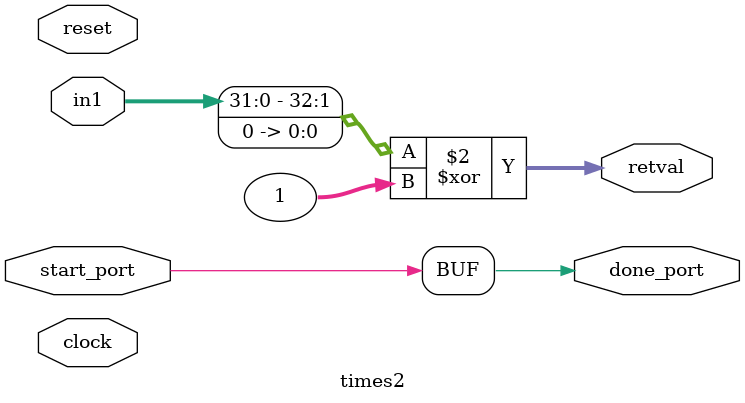
<source format=v>
module plus(clock, reset, start_port, done_port, in1, in2, retval);
	input clock;
	input reset;
	input start_port;
	input [32:0] in1;
	input [32:0] in2;
	output done_port;
	output [32:0] retval;
	assign done_port = start_port;
	assign retval = in1 + in2;
endmodule

module minus(clock, reset, start_port, done_port, in1, in2, retval);
	input clock;
	input reset;
	input start_port;
	input [32:0] in1;
	input [32:0] in2;
	output done_port;
	output [32:0] retval;
	assign done_port = start_port;
	assign retval = in1 - in2;
endmodule

module times(clock, reset, start_port, done_port, in1, in2, retval);
	input clock;
	input reset;
	input start_port;
	input [32:0] in1;
	input [32:0] in2;
	output done_port;
	output [32:0] retval;
	assign done_port = start_port;
	assign retval = in1 * in2;
endmodule

module divide(clock, reset, start_port, done_port, in1, in2, retval);
	input clock;
	input reset;
	input start_port;
	input [32:0] in1;
	input [32:0] in2;
	output done_port;
	output [32:0] retval;
	assign done_port = start_port;
	assign retval = in1 / in2;
endmodule

module times2(clock, reset, start_port, done_port, in1, retval);
	input clock;
	input reset;
	input start_port;
	input [32:0] in1;
	output done_port;
	output [32:0] retval;
	assign done_port = start_port;
	assign retval = (in1 << 1) ^ 32'b01;
endmodule

</source>
